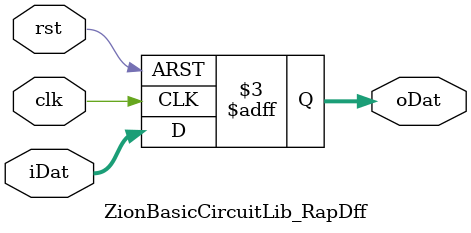
<source format=sv>

`ifndef Disable_ZionBasicCircuitLib_RapDff
`ifdef ZionBasicCircuitLib_RapDff
  `__DefErr__(ZionBasicCircuitLib_RapDff)
`else
  `define ZionBasicCircuitLib_RapDff(UnitName,clk_MT,rst_MT,iDat_MT,oDat_MT,INI_DATA_MT='0) \
ZionBasicCircuitLib_RapDff  #(.WIDTH_IN($bits(iDat_MT)),                                      \
                                .WIDTH_OUT($bits(oDat_MT)),                                   \
                                .INI_DATA(INI_DATA_MT))                                       \
                              UnitName(                                                       \
                                .clk(clk_MT),                                                 \
                                .rst(rst_MT),                                                 \
                                .iDat(iDat_MT),                                               \
                                .oDat(oDat_MT)                                                \
                              )
`endif

module ZionBasicCircuitLib_RapDff
#(WIDTH_IN  = "_", //$bits(iDat)// width of input data
  WIDTH_OUT = "_", //$bits(oDat)// width of output data
  INI_DATA  = '0   //'0         // initial value for reset
)(
  input                        clk,rst,
  input        [WIDTH_IN -1:0] iDat,
  output logic [WIDTH_OUT-1:0] oDat
);

  always_ff@(posedge clk, posedge rst) begin
    if(rst)
      oDat <= INI_DATA;
    else begin
      oDat <= iDat;
	  end
  end	


  // parameter check
  initial begin
    if(WIDTH_IN != WIDTH_OUT) begin
      $error("Parameter Error: Dff IO width mismatch!!");
      `ifdef CHECK_ERR_EXIT
        $finish;
      `endif
    end
  end

endmodule: ZionBasicCircuitLib_RapDff
`endif
</source>
